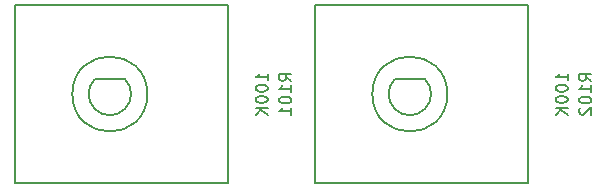
<source format=gbr>
G04 #@! TF.GenerationSoftware,KiCad,Pcbnew,(5.0.1)-3*
G04 #@! TF.CreationDate,2018-12-07T15:58:26-08:00*
G04 #@! TF.ProjectId,500-1092-DualAtnGain,3530302D313039322D4475616C41746E,rev?*
G04 #@! TF.SameCoordinates,Original*
G04 #@! TF.FileFunction,Legend,Bot*
G04 #@! TF.FilePolarity,Positive*
%FSLAX46Y46*%
G04 Gerber Fmt 4.6, Leading zero omitted, Abs format (unit mm)*
G04 Created by KiCad (PCBNEW (5.0.1)-3) date 12/7/2018 3:58:26 PM*
%MOMM*%
%LPD*%
G01*
G04 APERTURE LIST*
%ADD10C,0.150000*%
G04 APERTURE END LIST*
D10*
G04 #@! TO.C,R101*
X128270000Y-104775000D02*
G75*
G02X128270000Y-107315000I-1270000J-1270000D01*
G01*
X128270000Y-107315000D02*
G75*
G02X125730000Y-107315000I-1270000J1270000D01*
G01*
X125730000Y-107315000D02*
G75*
G02X125730000Y-104775000I1270000J1270000D01*
G01*
X125730000Y-104775000D02*
X128270000Y-104775000D01*
X130175000Y-106045000D02*
G75*
G03X130175000Y-106045000I-3175000J0D01*
G01*
X137000000Y-98545000D02*
X137000000Y-113545000D01*
X137000000Y-113545000D02*
X119000000Y-113545000D01*
X119000000Y-113545000D02*
X119000000Y-98545000D01*
X119000000Y-98545000D02*
X137000000Y-98545000D01*
G04 #@! TO.C,R102*
X144400000Y-98545000D02*
X162400000Y-98545000D01*
X144400000Y-113545000D02*
X144400000Y-98545000D01*
X162400000Y-113545000D02*
X144400000Y-113545000D01*
X162400000Y-98545000D02*
X162400000Y-113545000D01*
X155575000Y-106045000D02*
G75*
G03X155575000Y-106045000I-3175000J0D01*
G01*
X151130000Y-104775000D02*
X153670000Y-104775000D01*
X151130000Y-107315000D02*
G75*
G02X151130000Y-104775000I1270000J1270000D01*
G01*
X153670000Y-107315000D02*
G75*
G02X151130000Y-107315000I-1270000J1270000D01*
G01*
X153670000Y-104775000D02*
G75*
G02X153670000Y-107315000I-1270000J-1270000D01*
G01*
G04 #@! TO.C,R101*
X142352380Y-104925952D02*
X141876190Y-104592619D01*
X142352380Y-104354523D02*
X141352380Y-104354523D01*
X141352380Y-104735476D01*
X141400000Y-104830714D01*
X141447619Y-104878333D01*
X141542857Y-104925952D01*
X141685714Y-104925952D01*
X141780952Y-104878333D01*
X141828571Y-104830714D01*
X141876190Y-104735476D01*
X141876190Y-104354523D01*
X142352380Y-105878333D02*
X142352380Y-105306904D01*
X142352380Y-105592619D02*
X141352380Y-105592619D01*
X141495238Y-105497380D01*
X141590476Y-105402142D01*
X141638095Y-105306904D01*
X141352380Y-106497380D02*
X141352380Y-106592619D01*
X141400000Y-106687857D01*
X141447619Y-106735476D01*
X141542857Y-106783095D01*
X141733333Y-106830714D01*
X141971428Y-106830714D01*
X142161904Y-106783095D01*
X142257142Y-106735476D01*
X142304761Y-106687857D01*
X142352380Y-106592619D01*
X142352380Y-106497380D01*
X142304761Y-106402142D01*
X142257142Y-106354523D01*
X142161904Y-106306904D01*
X141971428Y-106259285D01*
X141733333Y-106259285D01*
X141542857Y-106306904D01*
X141447619Y-106354523D01*
X141400000Y-106402142D01*
X141352380Y-106497380D01*
X142352380Y-107783095D02*
X142352380Y-107211666D01*
X142352380Y-107497380D02*
X141352380Y-107497380D01*
X141495238Y-107402142D01*
X141590476Y-107306904D01*
X141638095Y-107211666D01*
X140352380Y-104878333D02*
X140352380Y-104306904D01*
X140352380Y-104592619D02*
X139352380Y-104592619D01*
X139495238Y-104497380D01*
X139590476Y-104402142D01*
X139638095Y-104306904D01*
X139352380Y-105497380D02*
X139352380Y-105592619D01*
X139400000Y-105687857D01*
X139447619Y-105735476D01*
X139542857Y-105783095D01*
X139733333Y-105830714D01*
X139971428Y-105830714D01*
X140161904Y-105783095D01*
X140257142Y-105735476D01*
X140304761Y-105687857D01*
X140352380Y-105592619D01*
X140352380Y-105497380D01*
X140304761Y-105402142D01*
X140257142Y-105354523D01*
X140161904Y-105306904D01*
X139971428Y-105259285D01*
X139733333Y-105259285D01*
X139542857Y-105306904D01*
X139447619Y-105354523D01*
X139400000Y-105402142D01*
X139352380Y-105497380D01*
X139352380Y-106449761D02*
X139352380Y-106545000D01*
X139400000Y-106640238D01*
X139447619Y-106687857D01*
X139542857Y-106735476D01*
X139733333Y-106783095D01*
X139971428Y-106783095D01*
X140161904Y-106735476D01*
X140257142Y-106687857D01*
X140304761Y-106640238D01*
X140352380Y-106545000D01*
X140352380Y-106449761D01*
X140304761Y-106354523D01*
X140257142Y-106306904D01*
X140161904Y-106259285D01*
X139971428Y-106211666D01*
X139733333Y-106211666D01*
X139542857Y-106259285D01*
X139447619Y-106306904D01*
X139400000Y-106354523D01*
X139352380Y-106449761D01*
X140352380Y-107211666D02*
X139352380Y-107211666D01*
X140352380Y-107783095D02*
X139780952Y-107354523D01*
X139352380Y-107783095D02*
X139923809Y-107211666D01*
G04 #@! TO.C,R102*
X167752380Y-104925952D02*
X167276190Y-104592619D01*
X167752380Y-104354523D02*
X166752380Y-104354523D01*
X166752380Y-104735476D01*
X166800000Y-104830714D01*
X166847619Y-104878333D01*
X166942857Y-104925952D01*
X167085714Y-104925952D01*
X167180952Y-104878333D01*
X167228571Y-104830714D01*
X167276190Y-104735476D01*
X167276190Y-104354523D01*
X167752380Y-105878333D02*
X167752380Y-105306904D01*
X167752380Y-105592619D02*
X166752380Y-105592619D01*
X166895238Y-105497380D01*
X166990476Y-105402142D01*
X167038095Y-105306904D01*
X166752380Y-106497380D02*
X166752380Y-106592619D01*
X166800000Y-106687857D01*
X166847619Y-106735476D01*
X166942857Y-106783095D01*
X167133333Y-106830714D01*
X167371428Y-106830714D01*
X167561904Y-106783095D01*
X167657142Y-106735476D01*
X167704761Y-106687857D01*
X167752380Y-106592619D01*
X167752380Y-106497380D01*
X167704761Y-106402142D01*
X167657142Y-106354523D01*
X167561904Y-106306904D01*
X167371428Y-106259285D01*
X167133333Y-106259285D01*
X166942857Y-106306904D01*
X166847619Y-106354523D01*
X166800000Y-106402142D01*
X166752380Y-106497380D01*
X166847619Y-107211666D02*
X166800000Y-107259285D01*
X166752380Y-107354523D01*
X166752380Y-107592619D01*
X166800000Y-107687857D01*
X166847619Y-107735476D01*
X166942857Y-107783095D01*
X167038095Y-107783095D01*
X167180952Y-107735476D01*
X167752380Y-107164047D01*
X167752380Y-107783095D01*
X165752380Y-104878333D02*
X165752380Y-104306904D01*
X165752380Y-104592619D02*
X164752380Y-104592619D01*
X164895238Y-104497380D01*
X164990476Y-104402142D01*
X165038095Y-104306904D01*
X164752380Y-105497380D02*
X164752380Y-105592619D01*
X164800000Y-105687857D01*
X164847619Y-105735476D01*
X164942857Y-105783095D01*
X165133333Y-105830714D01*
X165371428Y-105830714D01*
X165561904Y-105783095D01*
X165657142Y-105735476D01*
X165704761Y-105687857D01*
X165752380Y-105592619D01*
X165752380Y-105497380D01*
X165704761Y-105402142D01*
X165657142Y-105354523D01*
X165561904Y-105306904D01*
X165371428Y-105259285D01*
X165133333Y-105259285D01*
X164942857Y-105306904D01*
X164847619Y-105354523D01*
X164800000Y-105402142D01*
X164752380Y-105497380D01*
X164752380Y-106449761D02*
X164752380Y-106545000D01*
X164800000Y-106640238D01*
X164847619Y-106687857D01*
X164942857Y-106735476D01*
X165133333Y-106783095D01*
X165371428Y-106783095D01*
X165561904Y-106735476D01*
X165657142Y-106687857D01*
X165704761Y-106640238D01*
X165752380Y-106545000D01*
X165752380Y-106449761D01*
X165704761Y-106354523D01*
X165657142Y-106306904D01*
X165561904Y-106259285D01*
X165371428Y-106211666D01*
X165133333Y-106211666D01*
X164942857Y-106259285D01*
X164847619Y-106306904D01*
X164800000Y-106354523D01*
X164752380Y-106449761D01*
X165752380Y-107211666D02*
X164752380Y-107211666D01*
X165752380Y-107783095D02*
X165180952Y-107354523D01*
X164752380Y-107783095D02*
X165323809Y-107211666D01*
G04 #@! TD*
M02*

</source>
